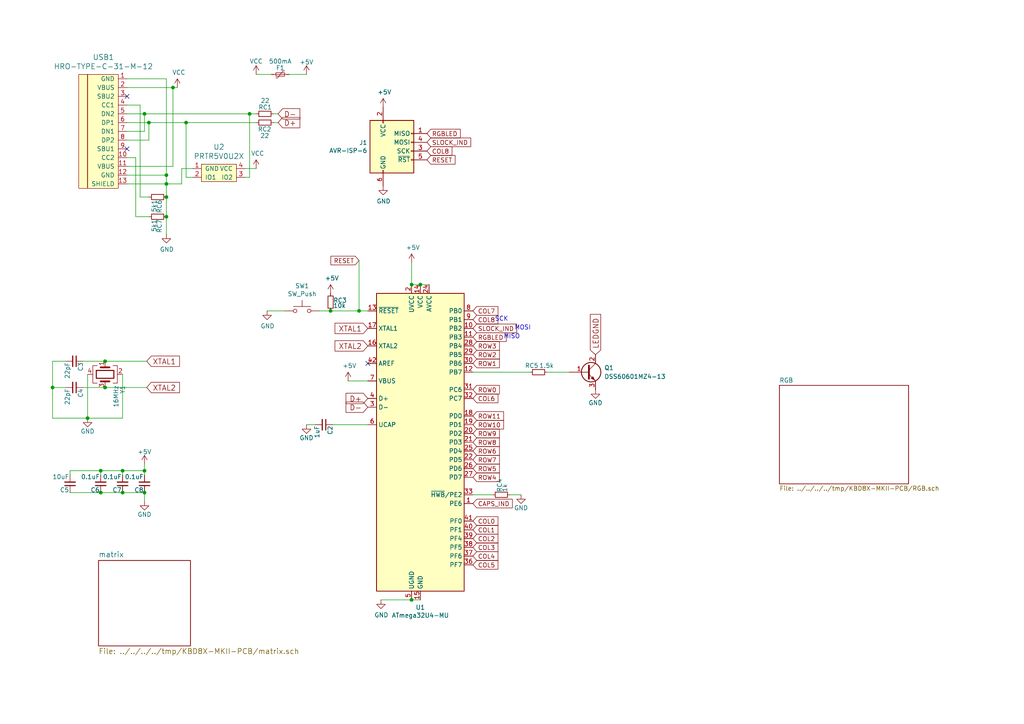
<source format=kicad_sch>
(kicad_sch (version 20230121) (generator eeschema)
  (paper "A4")
  (lib_symbols
    (symbol "Device:C_Small" (pin_numbers hide) (pin_names (offset 0.254) hide)
      (property "Reference" "C" (at 0.254 1.778 0))
      (property "Value" "C_Small" (at 0.254 -2.032 0))
      (symbol "C_Small_0_1"
        (polyline (pts (xy -1.524 -0.508) (xy 1.524 -0.508)) (stroke (width 0.3302)))
        (polyline (pts (xy -1.524 0.508) (xy 1.524 0.508)) (stroke (width 0.3048)))
      )
      (symbol "C_Small_1_1"
        (pin passive line (at 0 2.54 270) (length 2.032) (name "~") (number "1"))
        (pin passive line (at 0 -2.54 90) (length 2.032) (name "~") (number "2"))
      )
    )
    (symbol "Device:Crystal_GND24" (pin_names (offset 1.016) hide)
      (property "Reference" "Y" (at 3.175 5.08 0))
      (property "Value" "Crystal_GND24" (at 3.175 3.175 0))
      (symbol "Crystal_GND24_0_1"
        (rectangle (start -1.143 2.54) (end 1.143 -2.54) (stroke (width 0.3048)))
        (polyline (pts (xy -2.54 0) (xy -2.032 0)))
        (polyline (pts (xy -2.032 -1.27) (xy -2.032 1.27)) (stroke (width 0.508)))
        (polyline (pts (xy 0 -3.81) (xy 0 -3.556)))
        (polyline (pts (xy 0 3.556) (xy 0 3.81)))
        (polyline (pts (xy 2.032 -1.27) (xy 2.032 1.27)) (stroke (width 0.508)))
        (polyline (pts (xy 2.032 0) (xy 2.54 0)))
        (polyline (pts (xy -2.54 -2.286) (xy -2.54 -3.556) (xy 2.54 -3.556) (xy 2.54 -2.286)))
        (polyline (pts (xy -2.54 2.286) (xy -2.54 3.556) (xy 2.54 3.556) (xy 2.54 2.286)))
      )
      (symbol "Crystal_GND24_1_1"
        (pin passive line (at -3.81 0 0) (length 1.27) (name "1") (number "1"))
        (pin passive line (at 0 5.08 270) (length 1.27) (name "2") (number "2"))
        (pin passive line (at 3.81 0 180) (length 1.27) (name "3") (number "3"))
        (pin passive line (at 0 -5.08 90) (length 1.27) (name "4") (number "4"))
      )
    )
    (symbol "Device:Polyfuse_Small" (pin_numbers hide) (pin_names (offset 0))
      (property "Reference" "F" (at -1.905 0 90))
      (property "Value" "Polyfuse_Small" (at 1.905 0 90))
      (symbol "Polyfuse_Small_0_1"
        (rectangle (start -0.508 1.27) (end 0.508 -1.27))
        (polyline (pts (xy 0 2.54) (xy 0 -2.54)))
        (polyline (pts (xy -1.016 1.27) (xy -1.016 0.762) (xy 1.016 -0.762) (xy 1.016 -1.27)))
      )
      (symbol "Polyfuse_Small_1_1"
        (pin passive line (at 0 2.54 270) (length 0.635) (name "~") (number "1"))
        (pin passive line (at 0 -2.54 90) (length 0.635) (name "~") (number "2"))
      )
    )
    (symbol "Device:Q_NPN_BCE" (pin_names (offset 0) hide)
      (property "Reference" "Q" (at 5.08 1.27 0))
      (property "Value" "Q_NPN_BCE" (at 5.08 -1.27 0))
      (symbol "Q_NPN_BCE_0_1"
        (polyline (pts (xy 0.635 0.635) (xy 2.54 2.54)))
        (polyline (pts (xy 0.635 -0.635) (xy 2.54 -2.54) (xy 2.54 -2.54)))
        (polyline (pts (xy 0.635 1.905) (xy 0.635 -1.905) (xy 0.635 -1.905)) (stroke (width 0.508)))
        (polyline (pts (xy 1.27 -1.778) (xy 1.778 -1.27) (xy 2.286 -2.286) (xy 1.27 -1.778) (xy 1.27 -1.778)) (fill (type outline)))
        (circle (center 1.27 0) (radius 2.8194) (stroke (width 0.254)))
      )
      (symbol "Q_NPN_BCE_1_1"
        (pin input line (at -5.08 0 0) (length 5.715) (name "B") (number "1"))
        (pin passive line (at 2.54 5.08 270) (length 2.54) (name "C") (number "2"))
        (pin passive line (at 2.54 -5.08 90) (length 2.54) (name "E") (number "3"))
      )
    )
    (symbol "Device:R_Small" (pin_numbers hide) (pin_names (offset 0.254) hide)
      (property "Reference" "R" (at 0.762 0.508 0))
      (property "Value" "R_Small" (at 0.762 -1.016 0))
      (symbol "R_Small_0_1"
        (rectangle (start -0.762 1.778) (end 0.762 -1.778) (stroke (width 0.2032)))
      )
      (symbol "R_Small_1_1"
        (pin passive line (at 0 2.54 270) (length 0.762) (name "~") (number "1"))
        (pin passive line (at 0 -2.54 90) (length 0.762) (name "~") (number "2"))
      )
    )
    (symbol "KBD8X-MK2-rescue:ATmega32U4-MU-MCU_Microchip_ATmega"
      (property "Reference" "U" (at -12.7 44.45 0))
      (property "Value" "MCU_Microchip_ATmega_ATmega32U4-MU" (at 2.54 -44.45 0))
      (symbol "ATmega32U4-MU-MCU_Microchip_ATmega_0_1"
        (rectangle (start -12.7 -43.18) (end 12.7 43.18) (stroke (width 0.254)) (fill (type background)))
      )
      (symbol "ATmega32U4-MU-MCU_Microchip_ATmega_1_1"
        (pin tri_state line (at 15.24 -17.78 180) (length 2.54) (name "PE6") (number "1"))
        (pin tri_state line (at 15.24 33.02 180) (length 2.54) (name "PB2") (number "10"))
        (pin tri_state line (at 15.24 30.48 180) (length 2.54) (name "PB3") (number "11"))
        (pin tri_state line (at 15.24 20.32 180) (length 2.54) (name "PB7") (number "12"))
        (pin input line (at -15.24 38.1 0) (length 2.54) (name "~{RESET}") (number "13"))
        (pin power_in line (at 0 45.72 270) (length 2.54) (name "VCC") (number "14"))
        (pin power_in line (at 0 -45.72 90) (length 2.54) (name "GND") (number "15"))
        (pin output line (at -15.24 27.94 0) (length 2.54) (name "XTAL2") (number "16"))
        (pin input line (at -15.24 33.02 0) (length 2.54) (name "XTAL1") (number "17"))
        (pin tri_state line (at 15.24 7.62 180) (length 2.54) (name "PD0") (number "18"))
        (pin tri_state line (at 15.24 5.08 180) (length 2.54) (name "PD1") (number "19"))
        (pin power_in line (at -2.54 45.72 270) (length 2.54) (name "UVCC") (number "2"))
        (pin tri_state line (at 15.24 2.54 180) (length 2.54) (name "PD2") (number "20"))
        (pin tri_state line (at 15.24 0 180) (length 2.54) (name "PD3") (number "21"))
        (pin tri_state line (at 15.24 -5.08 180) (length 2.54) (name "PD5") (number "22"))
        (pin passive line (at 0 -45.72 90) (length 2.54) hide (name "GND") (number "23"))
        (pin power_in line (at 2.54 45.72 270) (length 2.54) (name "AVCC") (number "24"))
        (pin tri_state line (at 15.24 -2.54 180) (length 2.54) (name "PD4") (number "25"))
        (pin tri_state line (at 15.24 -7.62 180) (length 2.54) (name "PD6") (number "26"))
        (pin tri_state line (at 15.24 -10.16 180) (length 2.54) (name "PD7") (number "27"))
        (pin tri_state line (at 15.24 27.94 180) (length 2.54) (name "PB4") (number "28"))
        (pin tri_state line (at 15.24 25.4 180) (length 2.54) (name "PB5") (number "29"))
        (pin bidirectional line (at -15.24 10.16 0) (length 2.54) (name "D-") (number "3"))
        (pin tri_state line (at 15.24 22.86 180) (length 2.54) (name "PB6") (number "30"))
        (pin tri_state line (at 15.24 15.24 180) (length 2.54) (name "PC6") (number "31"))
        (pin tri_state line (at 15.24 12.7 180) (length 2.54) (name "PC7") (number "32"))
        (pin tri_state line (at 15.24 -15.24 180) (length 2.54) (name "~{HWB}/PE2") (number "33"))
        (pin passive line (at 0 45.72 270) (length 2.54) hide (name "VCC") (number "34"))
        (pin passive line (at 0 -45.72 90) (length 2.54) hide (name "GND") (number "35"))
        (pin tri_state line (at 15.24 -35.56 180) (length 2.54) (name "PF7") (number "36"))
        (pin tri_state line (at 15.24 -33.02 180) (length 2.54) (name "PF6") (number "37"))
        (pin tri_state line (at 15.24 -30.48 180) (length 2.54) (name "PF5") (number "38"))
        (pin tri_state line (at 15.24 -27.94 180) (length 2.54) (name "PF4") (number "39"))
        (pin bidirectional line (at -15.24 12.7 0) (length 2.54) (name "D+") (number "4"))
        (pin tri_state line (at 15.24 -25.4 180) (length 2.54) (name "PF1") (number "40"))
        (pin tri_state line (at 15.24 -22.86 180) (length 2.54) (name "PF0") (number "41"))
        (pin passive line (at -15.24 22.86 0) (length 2.54) (name "AREF") (number "42"))
        (pin passive line (at 0 -45.72 90) (length 2.54) hide (name "GND") (number "43"))
        (pin passive line (at 2.54 45.72 270) (length 2.54) hide (name "AVCC") (number "44"))
        (pin passive line (at 0 -45.72 90) (length 2.54) hide (name "GND") (number "45"))
        (pin passive line (at -2.54 -45.72 90) (length 2.54) (name "UGND") (number "5"))
        (pin passive line (at -15.24 5.08 0) (length 2.54) (name "UCAP") (number "6"))
        (pin input line (at -15.24 17.78 0) (length 2.54) (name "VBUS") (number "7"))
        (pin tri_state line (at 15.24 38.1 180) (length 2.54) (name "PB0") (number "8"))
        (pin tri_state line (at 15.24 35.56 180) (length 2.54) (name "PB1") (number "9"))
      )
    )
    (symbol "KBD8X-MK2-rescue:AVR-ISP-6-Connector" (pin_names (offset 1.016))
      (property "Reference" "J" (at 0 10.16 0))
      (property "Value" "Connector_AVR-ISP-6" (at 0 -7.62 0))
      (symbol "AVR-ISP-6-Connector_0_1"
        (rectangle (start -2.667 -5.588) (end -2.413 -6.35))
        (rectangle (start -2.667 8.89) (end -2.413 8.128))
        (rectangle (start 6.35 -2.413) (end 5.588 -2.667))
        (rectangle (start 6.35 0.127) (end 5.588 -0.127))
        (rectangle (start 6.35 2.667) (end 5.588 2.413))
        (rectangle (start 6.35 5.207) (end 5.588 4.953))
        (rectangle (start 6.35 8.89) (end -6.35 -6.35) (stroke (width 0.254)) (fill (type background)))
      )
      (symbol "AVR-ISP-6-Connector_1_1"
        (pin passive line (at 10.16 5.08 180) (length 3.81) (name "MISO") (number "1"))
        (pin power_in line (at -2.54 12.7 270) (length 3.81) (name "VCC") (number "2"))
        (pin passive line (at 10.16 0 180) (length 3.81) (name "SCK") (number "3"))
        (pin passive line (at 10.16 2.54 180) (length 3.81) (name "MOSI") (number "4"))
        (pin passive line (at 10.16 -2.54 180) (length 3.81) (name "~{RST}") (number "5"))
        (pin power_in line (at -2.54 -10.16 90) (length 3.81) (name "GND") (number "6"))
      )
    )
    (symbol "KBD8X-MK2-rescue:HRO-TYPE-C-31-M-12-Type-C" (pin_names (offset 1.016))
      (property "Reference" "USB" (at -5.08 16.51 0))
      (property "Value" "Type-C_HRO-TYPE-C-31-M-12" (at -10.16 -1.27 90))
      (symbol "HRO-TYPE-C-31-M-12-Type-C_0_1"
        (rectangle (start -11.43 15.24) (end -8.89 -17.78) (fill (type background)))
        (rectangle (start 0 -17.78) (end -8.89 15.24) (fill (type background)))
      )
      (symbol "HRO-TYPE-C-31-M-12-Type-C_1_1"
        (pin input line (at 2.54 13.97 180) (length 2.54) (name "GND") (number "1"))
        (pin input line (at 2.54 -8.89 180) (length 2.54) (name "CC2") (number "10"))
        (pin input line (at 2.54 -11.43 180) (length 2.54) (name "VBUS") (number "11"))
        (pin input line (at 2.54 -13.97 180) (length 2.54) (name "GND") (number "12"))
        (pin input line (at 2.54 -16.51 180) (length 2.54) (name "SHIELD") (number "13"))
        (pin input line (at 2.54 11.43 180) (length 2.54) (name "VBUS") (number "2"))
        (pin input line (at 2.54 8.89 180) (length 2.54) (name "SBU2") (number "3"))
        (pin input line (at 2.54 6.35 180) (length 2.54) (name "CC1") (number "4"))
        (pin input line (at 2.54 3.81 180) (length 2.54) (name "DN2") (number "5"))
        (pin input line (at 2.54 1.27 180) (length 2.54) (name "DP1") (number "6"))
        (pin input line (at 2.54 -1.27 180) (length 2.54) (name "DN1") (number "7"))
        (pin input line (at 2.54 -3.81 180) (length 2.54) (name "DP2") (number "8"))
        (pin input line (at 2.54 -6.35 180) (length 2.54) (name "SBU1") (number "9"))
      )
    )
    (symbol "Switch:SW_Push" (pin_numbers hide) (pin_names (offset 1.016) hide)
      (property "Reference" "SW" (at 1.27 2.54 0))
      (property "Value" "SW_Push" (at 0 -1.524 0))
      (symbol "SW_Push_0_1"
        (circle (center -2.032 0) (radius 0.508))
        (polyline (pts (xy 0 1.27) (xy 0 3.048)))
        (polyline (pts (xy 2.54 1.27) (xy -2.54 1.27)))
        (circle (center 2.032 0) (radius 0.508))
        (pin passive line (at -5.08 0 0) (length 2.54) (name "1") (number "1"))
        (pin passive line (at 5.08 0 180) (length 2.54) (name "2") (number "2"))
      )
    )
    (symbol "ai03-locallib:PRTR5V0U2X" (pin_names (offset 1.016))
      (property "Reference" "U" (at 0 3.81 0))
      (property "Value" "PRTR5V0U2X" (at 0 -3.81 0))
      (symbol "PRTR5V0U2X_0_1"
        (rectangle (start -5.08 2.54) (end 5.08 -2.54) (fill (type background)))
      )
      (symbol "PRTR5V0U2X_1_1"
        (pin input line (at -7.62 1.27 0) (length 2.54) (name "GND") (number "1"))
        (pin input line (at -7.62 -1.27 0) (length 2.54) (name "IO1") (number "2"))
        (pin input line (at 7.62 -1.27 180) (length 2.54) (name "IO2") (number "3"))
        (pin input line (at 7.62 1.27 180) (length 2.54) (name "VCC") (number "4"))
      )
    )
    (symbol "power:+5V" (power) (pin_names (offset 0))
      (property "Value" "+5V" (at 0 3.556 0))
      (symbol "+5V_0_1"
        (polyline (pts (xy -0.762 1.27) (xy 0 2.54)))
        (polyline (pts (xy 0 0) (xy 0 2.54)))
        (polyline (pts (xy 0 2.54) (xy 0.762 1.27)))
      )
      (symbol "+5V_1_1"
        (pin power_in line (at 0 0 90) (length 0) hide (name "+5V") (number "1"))
      )
    )
    (symbol "power:GND" (power) (pin_names (offset 0))
      (property "Value" "GND" (at 0 -3.81 0))
      (symbol "GND_0_1"
        (polyline (pts (xy 0 0) (xy 0 -1.27) (xy 1.27 -1.27) (xy 0 -2.54) (xy -1.27 -1.27) (xy 0 -1.27)))
      )
      (symbol "GND_1_1"
        (pin power_in line (at 0 0 270) (length 0) hide (name "GND") (number "1"))
      )
    )
    (symbol "power:VCC" (power) (pin_names (offset 0))
      (property "Value" "VCC" (at 0 3.81 0))
      (symbol "VCC_0_1"
        (polyline (pts (xy -0.762 1.27) (xy 0 2.54)))
        (polyline (pts (xy 0 0) (xy 0 2.54)))
        (polyline (pts (xy 0 2.54) (xy 0.762 1.27)))
      )
      (symbol "VCC_1_1"
        (pin power_in line (at 0 0 90) (length 0) hide (name "VCC") (number "1"))
      )
    )
  )
  (junction (at 48.26 50.8))
  (junction (at 119.38 82.55))
  (junction (at 43.18 35.56))
  (junction (at 30.48 112.395))
  (junction (at 48.26 62.865))
  (junction (at 41.91 136.525))
  (junction (at 25.4 121.285))
  (junction (at 48.26 57.15))
  (junction (at 29.21 136.525))
  (junction (at 95.885 90.17))
  (junction (at 53.975 35.56))
  (junction (at 15.24 112.395))
  (junction (at 41.91 33.02))
  (junction (at 119.38 173.99))
  (junction (at 35.56 136.525))
  (junction (at 41.91 142.875))
  (junction (at 50.165 25.4))
  (junction (at 104.14 90.17))
  (junction (at 48.26 53.34))
  (junction (at 35.56 142.875))
  (junction (at 30.48 104.775))
  (junction (at 121.92 82.55))
  (junction (at 72.39 33.02))
  (junction (at 29.21 142.875))
  (no_connect (at 106.68 105.41))
  (no_connect (at 36.83 27.94))
  (no_connect (at 36.83 43.18))
  (wire (pts (xy 55.88 51.435) (xy 53.975 51.435)))
  (wire (pts (xy 48.26 50.8) (xy 36.83 50.8)))
  (wire (pts (xy 53.975 35.56) (xy 74.295 35.56)))
  (wire (pts (xy 41.91 33.02) (xy 72.39 33.02)))
  (wire (pts (xy 30.48 104.775) (xy 42.545 104.775)))
  (wire (pts (xy 51.435 25.4) (xy 50.165 25.4)))
  (wire (pts (xy 80.645 35.56) (xy 79.375 35.56)))
  (wire (pts (xy 72.39 51.435) (xy 72.39 33.02)))
  (wire (pts (xy 41.91 38.1) (xy 36.83 38.1)))
  (wire (pts (xy 41.91 136.525) (xy 41.91 137.795)))
  (wire (pts (xy 41.91 134.62) (xy 41.91 136.525)))
  (wire (pts (xy 95.885 90.17) (xy 104.14 90.17)))
  (wire (pts (xy 35.56 142.875) (xy 41.91 142.875)))
  (wire (pts (xy 119.38 173.99) (xy 121.92 173.99)))
  (wire (pts (xy 119.38 76.2) (xy 119.38 82.55)))
  (wire (pts (xy 110.49 173.99) (xy 119.38 173.99)))
  (wire (pts (xy 153.67 107.95) (xy 137.16 107.95)))
  (wire (pts (xy 41.91 142.875) (xy 41.91 145.415)))
  (wire (pts (xy 39.37 62.865) (xy 43.18 62.865)))
  (wire (pts (xy 48.26 53.34) (xy 48.26 57.15)))
  (wire (pts (xy 121.92 82.55) (xy 124.46 82.55)))
  (wire (pts (xy 40.64 57.15) (xy 43.18 57.15)))
  (wire (pts (xy 20.32 136.525) (xy 20.32 137.795)))
  (wire (pts (xy 41.91 33.02) (xy 41.91 38.1)))
  (wire (pts (xy 20.32 136.525) (xy 29.21 136.525)))
  (wire (pts (xy 82.55 90.17) (xy 77.47 90.17)))
  (wire (pts (xy 35.56 136.525) (xy 35.56 137.795)))
  (wire (pts (xy 43.18 40.64) (xy 43.18 35.56)))
  (wire (pts (xy 29.21 142.875) (xy 35.56 142.875)))
  (wire (pts (xy 142.875 143.51) (xy 137.16 143.51)))
  (wire (pts (xy 15.24 112.395) (xy 19.05 112.395)))
  (wire (pts (xy 40.64 57.15) (xy 40.64 30.48)))
  (wire (pts (xy 40.64 30.48) (xy 36.83 30.48)))
  (wire (pts (xy 24.13 112.395) (xy 30.48 112.395)))
  (wire (pts (xy 15.24 121.285) (xy 25.4 121.285)))
  (wire (pts (xy 100.965 110.49) (xy 106.68 110.49)))
  (wire (pts (xy 36.83 33.02) (xy 41.91 33.02)))
  (wire (pts (xy 74.295 21.59) (xy 78.74 21.59)))
  (wire (pts (xy 48.26 53.34) (xy 48.26 50.8)))
  (wire (pts (xy 72.39 33.02) (xy 74.295 33.02)))
  (wire (pts (xy 19.05 104.775) (xy 15.24 104.775)))
  (wire (pts (xy 96.52 123.19) (xy 106.68 123.19)))
  (wire (pts (xy 39.37 45.72) (xy 39.37 62.865)))
  (wire (pts (xy 119.38 82.55) (xy 121.92 82.55)))
  (wire (pts (xy 48.26 53.34) (xy 52.705 53.34)))
  (wire (pts (xy 15.24 112.395) (xy 15.24 121.285)))
  (wire (pts (xy 50.165 48.26) (xy 50.165 25.4)))
  (wire (pts (xy 88.9 123.19) (xy 91.44 123.19)))
  (wire (pts (xy 71.12 51.435) (xy 72.39 51.435)))
  (wire (pts (xy 83.82 21.59) (xy 88.9 21.59)))
  (wire (pts (xy 36.83 53.34) (xy 48.26 53.34)))
  (wire (pts (xy 36.83 48.26) (xy 50.165 48.26)))
  (wire (pts (xy 53.975 51.435) (xy 53.975 35.56)))
  (wire (pts (xy 50.165 25.4) (xy 36.83 25.4)))
  (wire (pts (xy 25.4 121.285) (xy 35.56 121.285)))
  (wire (pts (xy 24.13 104.775) (xy 30.48 104.775)))
  (wire (pts (xy 20.32 142.875) (xy 29.21 142.875)))
  (wire (pts (xy 158.75 107.95) (xy 165.1 107.95)))
  (wire (pts (xy 30.48 112.395) (xy 42.545 112.395)))
  (wire (pts (xy 36.83 22.86) (xy 48.26 22.86)))
  (wire (pts (xy 29.21 136.525) (xy 29.21 137.795)))
  (wire (pts (xy 104.14 75.565) (xy 104.14 90.17)))
  (wire (pts (xy 35.56 136.525) (xy 41.91 136.525)))
  (wire (pts (xy 15.24 104.775) (xy 15.24 112.395)))
  (wire (pts (xy 48.26 57.15) (xy 48.26 62.865)))
  (wire (pts (xy 147.955 143.51) (xy 151.13 143.51)))
  (wire (pts (xy 29.21 136.525) (xy 35.56 136.525)))
  (wire (pts (xy 52.705 53.34) (xy 52.705 48.895)))
  (wire (pts (xy 36.83 40.64) (xy 43.18 40.64)))
  (wire (pts (xy 35.56 121.285) (xy 35.56 108.585)))
  (wire (pts (xy 92.71 90.17) (xy 95.885 90.17)))
  (wire (pts (xy 74.295 48.895) (xy 71.12 48.895)))
  (wire (pts (xy 104.14 90.17) (xy 106.68 90.17)))
  (wire (pts (xy 43.18 35.56) (xy 53.975 35.56)))
  (wire (pts (xy 36.83 45.72) (xy 39.37 45.72)))
  (wire (pts (xy 25.4 121.285) (xy 25.4 108.585)))
  (wire (pts (xy 48.26 62.865) (xy 48.26 67.945)))
  (wire (pts (xy 43.18 35.56) (xy 36.83 35.56)))
  (wire (pts (xy 52.705 48.895) (xy 55.88 48.895)))
  (wire (pts (xy 79.375 33.02) (xy 80.645 33.02)))
  (wire (pts (xy 48.26 22.86) (xy 48.26 50.8)))
  (text "MOSI" (at 149.225 95.885 0) (effects (font (size 1.27 1.27)) (justify left bottom)))
  (text "SCK" (at 143.51 93.345 0) (effects (font (size 1.27 1.27)) (justify left bottom)))
  (text "MISO" (at 146.05 98.425 0) (effects (font (size 1.27 1.27)) (justify left bottom)))
  (global_label "ROW10" (shape input) (at 137.16 123.19 0) (property "Intersheetrefs" "${INTERSHEET_REFS}" (effects hide)))
  (global_label "RESET" (shape input) (at 104.14 75.565 180) (property "Intersheetrefs" "${INTERSHEET_REFS}" (effects hide)))
  (global_label "COL5" (shape input) (at 137.16 163.83 0) (property "Intersheetrefs" "${INTERSHEET_REFS}" (effects hide)))
  (global_label "COL4" (shape input) (at 137.16 161.29 0) (property "Intersheetrefs" "${INTERSHEET_REFS}" (effects hide)))
  (global_label "ROW4" (shape input) (at 137.16 138.43 0) (property "Intersheetrefs" "${INTERSHEET_REFS}" (effects hide)))
  (global_label "ROW7" (shape input) (at 137.16 133.35 0) (property "Intersheetrefs" "${INTERSHEET_REFS}" (effects hide)))
  (global_label "COL3" (shape input) (at 137.16 158.75 0) (property "Intersheetrefs" "${INTERSHEET_REFS}" (effects hide)))
  (global_label "ROW2" (shape input) (at 137.16 102.87 0) (property "Intersheetrefs" "${INTERSHEET_REFS}" (effects hide)))
  (global_label "XTAL1" (shape input) (at 106.68 95.25 180) (effects (font (size 1.524 1.524))) (property "Intersheetrefs" "${INTERSHEET_REFS}" (effects hide)))
  (global_label "COL6" (shape input) (at 137.16 115.57 0) (property "Intersheetrefs" "${INTERSHEET_REFS}" (effects hide)))
  (global_label "COL8" (shape input) (at 123.825 43.815 0) (property "Intersheetrefs" "${INTERSHEET_REFS}" (effects hide)))
  (global_label "COL0" (shape input) (at 137.16 151.13 0) (property "Intersheetrefs" "${INTERSHEET_REFS}" (effects hide)))
  (global_label "SLOCK_IND" (shape input) (at 137.16 95.25 0) (property "Intersheetrefs" "${INTERSHEET_REFS}" (effects hide)))
  (global_label "RESET" (shape input) (at 123.825 46.355 0) (property "Intersheetrefs" "${INTERSHEET_REFS}" (effects hide)))
  (global_label "D+" (shape input) (at 80.645 35.56 0) (effects (font (size 1.524 1.524))) (property "Intersheetrefs" "${INTERSHEET_REFS}" (effects hide)))
  (global_label "COL2" (shape input) (at 137.16 156.21 0) (property "Intersheetrefs" "${INTERSHEET_REFS}" (effects hide)))
  (global_label "ROW11" (shape input) (at 137.16 120.65 0) (property "Intersheetrefs" "${INTERSHEET_REFS}" (effects hide)))
  (global_label "CAPS_IND" (shape input) (at 137.16 146.05 0) (property "Intersheetrefs" "${INTERSHEET_REFS}" (effects hide)))
  (global_label "XTAL2" (shape input) (at 42.545 112.395 0) (effects (font (size 1.524 1.524))) (property "Intersheetrefs" "${INTERSHEET_REFS}" (effects hide)))
  (global_label "XTAL1" (shape input) (at 42.545 104.775 0) (effects (font (size 1.524 1.524))) (property "Intersheetrefs" "${INTERSHEET_REFS}" (effects hide)))
  (global_label "XTAL2" (shape input) (at 106.68 100.33 180) (effects (font (size 1.524 1.524))) (property "Intersheetrefs" "${INTERSHEET_REFS}" (effects hide)))
  (global_label "ROW9" (shape input) (at 137.16 125.73 0) (property "Intersheetrefs" "${INTERSHEET_REFS}" (effects hide)))
  (global_label "ROW6" (shape input) (at 137.16 130.81 0) (property "Intersheetrefs" "${INTERSHEET_REFS}" (effects hide)))
  (global_label "ROW0" (shape input) (at 137.16 113.03 0) (property "Intersheetrefs" "${INTERSHEET_REFS}" (effects hide)))
  (global_label "ROW5" (shape input) (at 137.16 135.89 0) (property "Intersheetrefs" "${INTERSHEET_REFS}" (effects hide)))
  (global_label "RGBLED" (shape input) (at 137.16 97.79 0) (property "Intersheetrefs" "${INTERSHEET_REFS}" (effects hide)))
  (global_label "D-" (shape input) (at 80.645 33.02 0) (effects (font (size 1.524 1.524))) (property "Intersheetrefs" "${INTERSHEET_REFS}" (effects hide)))
  (global_label "D+" (shape input) (at 106.68 115.57 180) (effects (font (size 1.524 1.524))) (property "Intersheetrefs" "${INTERSHEET_REFS}" (effects hide)))
  (global_label "RGBLED" (shape input) (at 123.825 38.735 0) (property "Intersheetrefs" "${INTERSHEET_REFS}" (effects hide)))
  (global_label "COL1" (shape input) (at 137.16 153.67 0) (property "Intersheetrefs" "${INTERSHEET_REFS}" (effects hide)))
  (global_label "ROW8" (shape input) (at 137.16 128.27 0) (property "Intersheetrefs" "${INTERSHEET_REFS}" (effects hide)))
  (global_label "SLOCK_IND" (shape input) (at 123.825 41.275 0) (property "Intersheetrefs" "${INTERSHEET_REFS}" (effects hide)))
  (global_label "LEDGND" (shape input) (at 172.72 102.87 90) (effects (font (size 1.524 1.524))) (property "Intersheetrefs" "${INTERSHEET_REFS}" (effects hide)))
  (global_label "D-" (shape input) (at 106.68 118.11 180) (effects (font (size 1.524 1.524))) (property "Intersheetrefs" "${INTERSHEET_REFS}" (effects hide)))
  (global_label "ROW1" (shape input) (at 137.16 105.41 0) (property "Intersheetrefs" "${INTERSHEET_REFS}" (effects hide)))
  (global_label "COL7" (shape input) (at 137.16 90.17 0) (property "Intersheetrefs" "${INTERSHEET_REFS}" (effects hide)))
  (global_label "COL8" (shape input) (at 137.16 92.71 0) (property "Intersheetrefs" "${INTERSHEET_REFS}" (effects hide)))
  (global_label "ROW3" (shape input) (at 137.16 100.33 0) (property "Intersheetrefs" "${INTERSHEET_REFS}" (effects hide)))
  (symbol (lib_id "Device:Polyfuse_Small") (at 81.28 21.59 270) (unit 1)
    (property "Reference" "F1" (at 81.28 19.685 90))
    (property "Value" "500mA" (at 81.28 17.78 90))
    (property "Footprint" "Fuse_Holders_and_Fuses:Fuse_SMD1206_Wave" (effects hide))
  )
  (symbol (lib_id "power:+5V") (at 88.9 21.59 0) (unit 1)
    (property "Reference" "#PWR01" (effects hide))
    (property "Value" "+5V" (at 88.9 18.034 0))
  )
  (symbol (lib_id "Device:R_Small") (at 76.835 33.02 270) (unit 1)
    (property "Reference" "RC1" (at 74.93 31.115 90) (effects (justify left)))
    (property "Value" "22" (at 75.565 29.21 90) (effects (justify left)))
    (property "Footprint" "locallib:R_0603" (effects hide))
  )
  (symbol (lib_id "Device:R_Small") (at 76.835 35.56 90) (unit 1)
    (property "Reference" "RC2" (at 78.74 37.465 90) (effects (justify left)))
    (property "Value" "22" (at 78.105 39.37 90) (effects (justify left)))
    (property "Footprint" "locallib:R_0603" (effects hide))
  )
  (symbol (lib_id "Device:Q_NPN_BCE") (at 170.18 107.95 0) (unit 1)
    (property "Reference" "Q1" (at 175.26 106.68 0) (effects (justify left)))
    (property "Value" "DSS60601MZ4-13" (at 175.26 109.22 0) (effects (justify left)))
    (property "Footprint" "TO_SOT_Packages_SMD:SOT-223-3_TabPin2" (effects hide))
  )
  (symbol (lib_id "power:GND") (at 172.72 113.03 0) (unit 1)
    (property "Reference" "#PWR02" (effects hide))
    (property "Value" "GND" (at 172.72 116.84 0))
  )
  (symbol (lib_id "Device:R_Small") (at 156.21 107.95 90) (unit 1)
    (property "Reference" "RC5" (at 156.21 106.045 90) (effects (justify left)))
    (property "Value" "1.5k" (at 160.655 106.045 90) (effects (justify left)))
    (property "Footprint" "locallib:R_0603" (effects hide))
  )
  (symbol (lib_id "power:VCC") (at 74.295 21.59 0) (unit 1)
    (property "Reference" "#PWR03" (effects hide))
    (property "Value" "VCC" (at 74.295 17.78 0))
  )
  (symbol (lib_id "Device:R_Small") (at 95.885 87.63 0) (unit 1)
    (property "Reference" "RC3" (at 96.647 87.122 0) (effects (justify left)))
    (property "Value" "10k" (at 96.647 88.646 0) (effects (justify left)))
    (property "Footprint" "locallib:R_0603" (effects hide))
  )
  (symbol (lib_id "Device:C_Small") (at 93.98 123.19 270) (unit 1)
    (property "Reference" "C2" (at 95.758 123.444 0) (effects (justify left)))
    (property "Value" "1uF" (at 91.948 123.444 0) (effects (justify left)))
    (property "Footprint" "locallib:C_0603" (effects hide))
  )
  (symbol (lib_id "power:GND") (at 88.9 123.19 0) (unit 1)
    (property "Reference" "#PWR08" (effects hide))
    (property "Value" "GND" (at 88.9 127 0))
  )
  (symbol (lib_id "Device:Crystal_GND24") (at 30.48 108.585 270) (unit 1)
    (property "Reference" "Y1" (at 35.56 111.76 0) (effects (justify left)))
    (property "Value" "16MHz" (at 33.655 111.76 0) (effects (justify left)))
    (property "Footprint" "locallib:Crystal_SMD_3225-4pin_3.2x2.5mm" (effects hide))
  )
  (symbol (lib_id "power:GND") (at 25.4 121.285 0) (unit 1)
    (property "Reference" "#PWR09" (effects hide))
    (property "Value" "GND" (at 25.4 125.095 0))
  )
  (symbol (lib_id "Device:C_Small") (at 21.59 104.775 270) (unit 1)
    (property "Reference" "C3" (at 23.368 105.029 0) (effects (justify left)))
    (property "Value" "22pF" (at 19.558 105.029 0) (effects (justify left)))
    (property "Footprint" "locallib:C_0603" (effects hide))
  )
  (symbol (lib_id "Device:C_Small") (at 21.59 112.395 270) (unit 1)
    (property "Reference" "C4" (at 23.368 112.649 0) (effects (justify left)))
    (property "Value" "22pF" (at 19.558 112.649 0) (effects (justify left)))
    (property "Footprint" "locallib:C_0603" (effects hide))
  )
  (symbol (lib_id "Device:R_Small") (at 145.415 143.51 90) (unit 1)
    (property "Reference" "RC4" (at 144.907 142.748 0) (effects (justify left)))
    (property "Value" "1k" (at 146.431 142.748 0) (effects (justify left)))
    (property "Footprint" "locallib:R_0603" (effects hide))
  )
  (symbol (lib_id "power:GND") (at 151.13 143.51 0) (unit 1)
    (property "Reference" "#PWR011" (effects hide))
    (property "Value" "GND" (at 151.13 147.32 0))
  )
  (symbol (lib_id "Device:C_Small") (at 29.21 140.335 180) (unit 1)
    (property "Reference" "C6" (at 28.956 142.113 0) (effects (justify left)))
    (property "Value" "0.1uF" (at 28.956 138.303 0) (effects (justify left)))
    (property "Footprint" "locallib:C_0603" (effects hide))
  )
  (symbol (lib_id "Device:C_Small") (at 35.56 140.335 180) (unit 1)
    (property "Reference" "C7" (at 35.306 142.113 0) (effects (justify left)))
    (property "Value" "0.1uF" (at 35.306 138.303 0) (effects (justify left)))
    (property "Footprint" "locallib:C_0603" (effects hide))
  )
  (symbol (lib_id "Device:C_Small") (at 41.91 140.335 180) (unit 1)
    (property "Reference" "C8" (at 41.656 142.113 0) (effects (justify left)))
    (property "Value" "0.1uF" (at 41.656 138.303 0) (effects (justify left)))
    (property "Footprint" "locallib:C_0603" (effects hide))
  )
  (symbol (lib_id "Device:C_Small") (at 20.32 140.335 180) (unit 1)
    (property "Reference" "C5" (at 20.066 142.113 0) (effects (justify left)))
    (property "Value" "10uF" (at 20.066 138.303 0) (effects (justify left)))
    (property "Footprint" "locallib:C_0603" (effects hide))
  )
  (symbol (lib_id "power:GND") (at 41.91 145.415 0) (unit 1)
    (property "Reference" "#PWR012" (effects hide))
    (property "Value" "GND" (at 41.91 149.225 0))
  )
  (symbol (lib_id "power:+5V") (at 41.91 134.62 0) (unit 1)
    (property "Reference" "#PWR013" (effects hide))
    (property "Value" "+5V" (at 41.91 131.064 0))
  )
  (symbol (lib_id "KBD8X-MK2-rescue:AVR-ISP-6-Connector") (at 113.665 43.815 0) (unit 1)
    (property "Reference" "J1" (at 106.553 41.3766 0) (effects (justify right)))
    (property "Value" "AVR-ISP-6" (at 106.553 43.688 0) (effects (justify right)))
    (property "Footprint" "random-keyboard-parts:Reset_Pretty-Mask" (effects hide))
    (property "Datasheet" " ~" (effects hide))
  )
  (symbol (lib_id "power:+5V") (at 111.125 31.115 0) (unit 1)
    (property "Reference" "#PWR0101" (effects hide))
    (property "Value" "+5V" (at 111.506 26.7208 0))
  )
  (symbol (lib_id "power:GND") (at 111.125 53.975 0) (unit 1)
    (property "Reference" "#PWR0102" (effects hide))
    (property "Value" "GND" (at 111.252 58.3692 0))
  )
  (symbol (lib_id "KBD8X-MK2-rescue:HRO-TYPE-C-31-M-12-Type-C") (at 34.29 36.83 0) (unit 1)
    (property "Reference" "USB1" (at 29.9974 16.5862 0) (effects (font (size 1.524 1.524))))
    (property "Value" "HRO-TYPE-C-31-M-12" (at 29.9974 19.2786 0) (effects (font (size 1.524 1.524))))
    (property "Footprint" "Type-C:HRO-TYPE-C-31-M-12-Assembly" (effects hide))
  )
  (symbol (lib_id "power:VCC") (at 51.435 25.4 0) (unit 1)
    (property "Reference" "#PWR04" (effects hide))
    (property "Value" "VCC" (at 51.8668 21.0058 0))
  )
  (symbol (lib_id "power:GND") (at 48.26 67.945 0) (unit 1)
    (property "Reference" "#PWR016" (effects hide))
    (property "Value" "GND" (at 48.387 72.3392 0))
  )
  (symbol (lib_id "ai03-locallib:PRTR5V0U2X") (at 63.5 50.165 0) (unit 1)
    (property "Reference" "U2" (at 63.5 42.6212 0) (effects (font (size 1.524 1.524))))
    (property "Value" "PRTR5V0U2X" (at 63.5 45.3136 0) (effects (font (size 1.524 1.524))))
    (property "Footprint" "locallib:SOT143B" (effects hide))
  )
  (symbol (lib_id "power:VCC") (at 74.295 48.895 0) (unit 1)
    (property "Reference" "#PWR015" (effects hide))
    (property "Value" "VCC" (at 74.7268 44.5008 0))
  )
  (symbol (lib_id "Switch:SW_Push") (at 87.63 90.17 0) (unit 1)
    (property "Reference" "SW1" (at 87.63 82.931 0))
    (property "Value" "SW_Push" (at 87.63 85.2424 0))
    (property "Footprint" "random-keyboard-parts:SKQG-1155865" (effects hide))
  )
  (symbol (lib_id "power:GND") (at 77.47 90.17 0) (unit 1)
    (property "Reference" "#PWR0106" (effects hide))
    (property "Value" "GND" (at 77.597 94.5642 0))
  )
  (symbol (lib_id "KBD8X-MK2-rescue:ATmega32U4-MU-MCU_Microchip_ATmega") (at 121.92 128.27 0) (unit 1)
    (property "Reference" "U1" (at 121.92 176.1744 0))
    (property "Value" "ATmega32U4-MU" (at 121.92 178.4858 0))
    (property "Footprint" "locallib:QFN-44-1EP_7x7mm_Pitch0.5mm" (effects hide))
    (property "Datasheet" "http://ww1.microchip.com/downloads/en/DeviceDoc/Atmel-7766-8-bit-AVR-ATmega16U4-32U4_Datasheet.pdf" (effects hide))
  )
  (symbol (lib_id "power:+5V") (at 100.965 110.49 0) (unit 1)
    (property "Reference" "#PWR0104" (effects hide))
    (property "Value" "+5V" (at 101.346 106.0958 0))
  )
  (symbol (lib_id "power:+5V") (at 119.38 76.2 0) (unit 1)
    (property "Reference" "#PWR0105" (effects hide))
    (property "Value" "+5V" (at 119.761 71.8058 0))
  )
  (symbol (lib_id "power:GND") (at 110.49 173.99 0) (unit 1)
    (property "Reference" "#PWR0145" (effects hide))
    (property "Value" "GND" (at 110.617 178.3842 0))
  )
  (symbol (lib_id "power:+5V") (at 95.885 85.09 0) (unit 1)
    (property "Reference" "#PWR0103" (effects hide))
    (property "Value" "+5V" (at 96.266 80.6958 0))
  )
  (symbol (lib_id "Device:R_Small") (at 45.72 57.15 270) (unit 1)
    (property "Reference" "RC6" (at 46.228 57.912 0) (effects (justify left)))
    (property "Value" "5k1" (at 44.704 57.912 0) (effects (justify left)))
    (property "Footprint" "locallib:R_0603" (effects hide))
  )
  (symbol (lib_id "Device:R_Small") (at 45.72 62.865 270) (unit 1)
    (property "Reference" "RC7" (at 46.228 63.627 0) (effects (justify left)))
    (property "Value" "5k1" (at 44.704 63.627 0) (effects (justify left)))
    (property "Footprint" "locallib:R_0603" (effects hide))
  )
  (sheet (at 28.575 162.56) (size 26.67 24.765)
    (property "Sheetname" "matrix" (at 28.575 161.7214 0) (effects (font (size 1.524 1.524)) (justify left bottom)))
    (property "Sheetfile" "../../../../tmp/KBD8X-MKII-PCB/matrix.sch" (at 28.575 188.0112 0) (effects (font (size 1.524 1.524)) (justify left top)))
  )
  (sheet (at 226.06 111.76) (size 37.465 28.575)
    (property "Sheetname" "RGB" (at 226.06 111.0484 0) (effects (justify left bottom)))
    (property "Sheetfile" "../../../../tmp/KBD8X-MKII-PCB/RGB.sch" (at 226.06 140.9196 0) (effects (justify left top)))
  )
)
</source>
